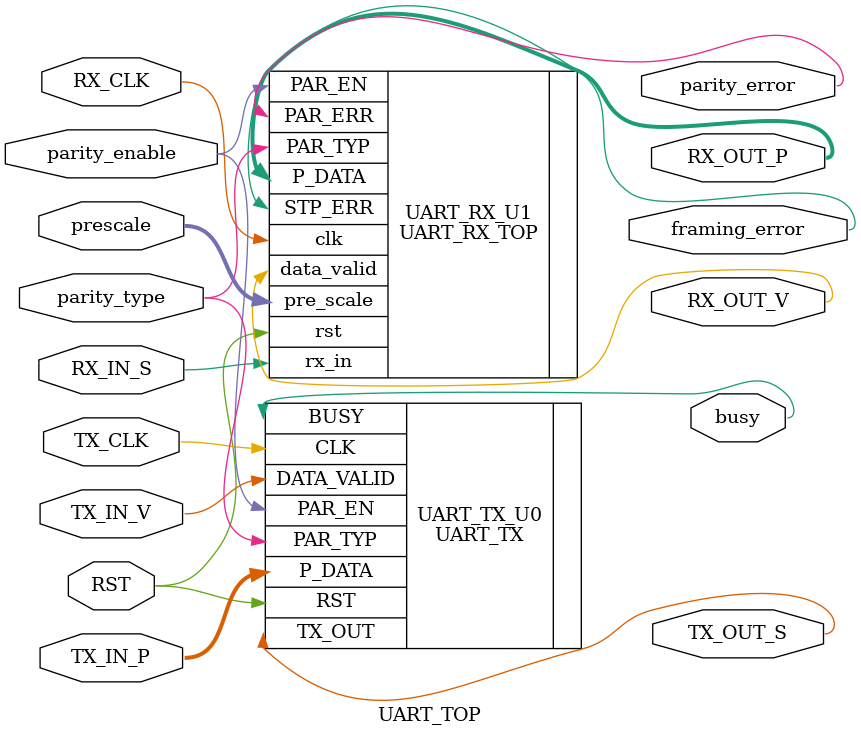
<source format=v>
module UART_TOP
#( 
parameter DATA_WIDTH = 8,
parameter PRESCALE_WIDTH = 5    
)


(

input wire RST,
input wire TX_CLK,
input wire RX_CLK,
input wire RX_IN_S,
output wire [DATA_WIDTH-1:0] RX_OUT_P,
input wire [DATA_WIDTH-1:0] TX_IN_P,
output wire RX_OUT_V,
input wire TX_IN_V,

output wire TX_OUT_S,

output wire busy,

input wire [PRESCALE_WIDTH-1:0] prescale,

input wire parity_enable,

input wire parity_type,

output wire parity_error,

output wire framing_error


);

// uart tx instansiation 

UART_TX UART_TX_U0(

.CLK(TX_CLK),
.RST(RST),
.DATA_VALID(TX_IN_V),
.PAR_EN(parity_enable),
.PAR_TYP(parity_type),
.P_DATA(TX_IN_P),
.TX_OUT(TX_OUT_S),
.BUSY(busy)


);

// uart rx instansaition 

UART_RX_TOP UART_RX_U1(

.rx_in(RX_IN_S),
.clk(RX_CLK),
.rst(RST),
.pre_scale(prescale),
.PAR_EN(parity_enable),
.PAR_TYP(parity_type),
.PAR_ERR(parity_error),
.STP_ERR(framing_error),
.P_DATA(RX_OUT_P),
.data_valid(RX_OUT_V)


);


endmodule
</source>
